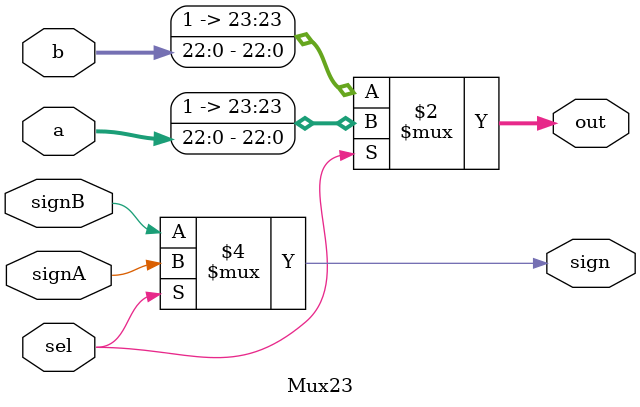
<source format=v>
module Mux23 (a,b,signA,signB,sel,out,sign);

input [22:0]a,b;
input signA,signB;
output [23:0] out;
output sign;
input sel;

assign out = (sel == 0) ? {1'b1,b}:{1'b1,a};
assign sign = (sel==0) ? signB:signA;
//assign out[23] = 1; 

endmodule

</source>
